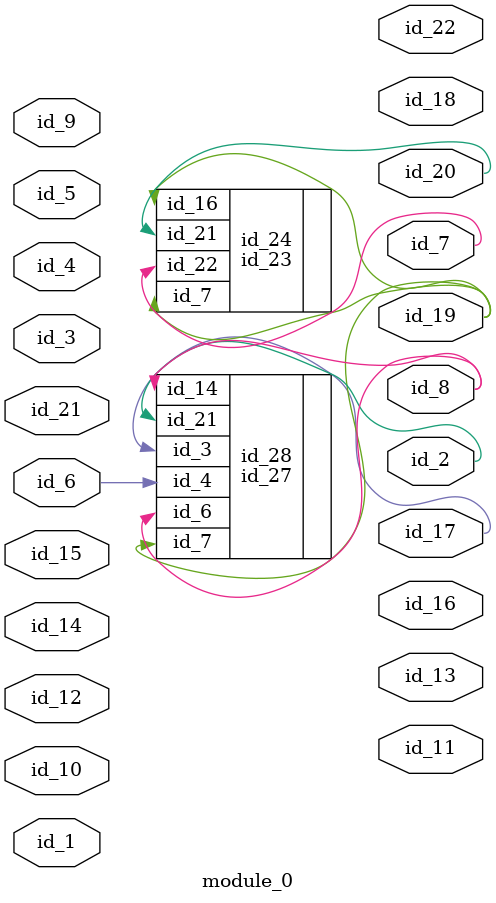
<source format=v>
module module_0 (
    id_1,
    id_2,
    id_3,
    id_4,
    id_5,
    id_6,
    id_7,
    id_8,
    id_9,
    id_10,
    id_11,
    id_12,
    id_13,
    id_14,
    id_15,
    id_16,
    id_17,
    id_18,
    id_19,
    id_20,
    id_21,
    id_22
);
  output id_22;
  input id_21;
  output id_20;
  output id_19;
  output id_18;
  output id_17;
  output id_16;
  input id_15;
  input id_14;
  output id_13;
  input id_12;
  output id_11;
  input id_10;
  input id_9;
  output id_8;
  output id_7;
  input id_6;
  input id_5;
  input id_4;
  input id_3;
  output id_2;
  input id_1;
  id_23 id_24 (
      .id_21(id_20),
      .id_22(id_7),
      .id_16(id_19),
      .id_7 (id_19)
  );
  id_25 id_26 ();
  id_27 id_28 (
      .id_21(id_24),
      .id_3 (id_17),
      .id_6 (id_8),
      .id_7 (id_19),
      .id_14(id_8),
      .id_21(id_2),
      .id_4 (id_6)
  );
endmodule

</source>
